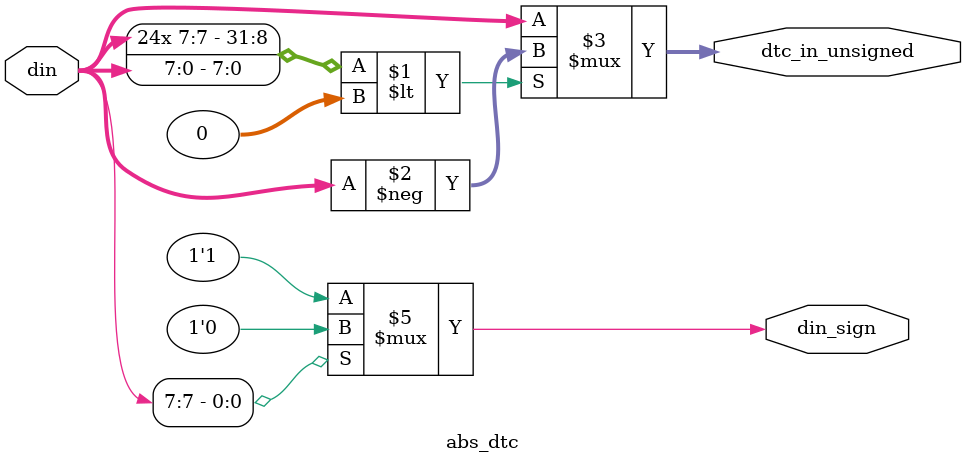
<source format=v>


// The result of translation follows.  Its copyright status should be
// considered unchanged from the original VHDL.

// no timescale needed

module abs_dtc(
input wire [7:0] din,
output wire din_sign,
output wire [7:0] dtc_in_unsigned
);





  assign dtc_in_unsigned = ( ( $signed(din) < 0 ) ? -$signed(din) : din );
  // '1' for positive and '0' for negative
  assign din_sign = din[7] == 1'b1 ? 1'b0 : 1'b1;

endmodule

</source>
